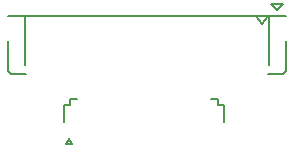
<source format=gto>
G04 #@! TF.FileFunction,Legend,Top*
%FSLAX46Y46*%
G04 Gerber Fmt 4.6, Leading zero omitted, Abs format (unit mm)*
G04 Created by KiCad (PCBNEW 0.201502211246+5439~21~ubuntu14.04.1-product) date lör 21 feb 2015 23:28:31*
%MOMM*%
G01*
G04 APERTURE LIST*
%ADD10C,0.100000*%
%ADD11C,0.200000*%
%ADD12R,0.400000X0.950000*%
%ADD13R,0.300000X0.800000*%
%ADD14R,0.300000X0.650000*%
%ADD15R,0.250000X1.100000*%
%ADD16R,1.700000X1.500000*%
G04 APERTURE END LIST*
D10*
D11*
X130900000Y-53400000D02*
X130650000Y-52975000D01*
X130650000Y-52975000D02*
X130400000Y-53400000D01*
X130400000Y-53400000D02*
X130900000Y-53400000D01*
X143800000Y-51500000D02*
X143800000Y-50100000D01*
X143800000Y-50100000D02*
X143300000Y-50100000D01*
X143300000Y-50100000D02*
X143300000Y-49600000D01*
X143300000Y-49600000D02*
X142700000Y-49600000D01*
X130200000Y-51500000D02*
X130200000Y-50100000D01*
X130200000Y-50100000D02*
X130700000Y-50100000D01*
X130700000Y-50100000D02*
X130700000Y-49600000D01*
X130700000Y-49600000D02*
X131300000Y-49600000D01*
X148250000Y-42050000D02*
X148750000Y-41550000D01*
X148750000Y-41550000D02*
X147750000Y-41550000D01*
X147750000Y-41550000D02*
X148250000Y-42050000D01*
X126950000Y-42550000D02*
X126950000Y-46650000D01*
X147550000Y-42550000D02*
X147550000Y-46650000D01*
X147000000Y-43250000D02*
X147500000Y-42550000D01*
X147000000Y-43250000D02*
X146500000Y-42550000D01*
X125750000Y-47450000D02*
X127000000Y-47450000D01*
X148750000Y-47450000D02*
X147500000Y-47450000D01*
X149000000Y-47200000D02*
X148750000Y-47450000D01*
X125500000Y-47200000D02*
X125750000Y-47450000D01*
X125500000Y-42550000D02*
X149000000Y-42550000D01*
X125500000Y-44650000D02*
X125500000Y-47200000D01*
X149000000Y-47200000D02*
X149000000Y-44650000D01*
%LPC*%
D12*
X143550000Y-52125000D03*
X130450000Y-52125000D03*
D13*
X131300000Y-52400000D03*
D14*
X131600000Y-49525000D03*
D13*
X131900000Y-52400000D03*
D14*
X132200000Y-49525000D03*
D13*
X132500000Y-52400000D03*
D14*
X132800000Y-49525000D03*
D13*
X133100000Y-52400000D03*
D14*
X133400000Y-49525000D03*
D13*
X133700000Y-52400000D03*
D14*
X134000000Y-49525000D03*
D13*
X134300000Y-52400000D03*
D14*
X134600000Y-49525000D03*
D13*
X134900000Y-52400000D03*
D14*
X135200000Y-49525000D03*
D13*
X135500000Y-52400000D03*
D14*
X135800000Y-49525000D03*
D13*
X136100000Y-52400000D03*
D14*
X136400000Y-49525000D03*
D13*
X136700000Y-52400000D03*
D14*
X137000000Y-49525000D03*
D13*
X137300000Y-52400000D03*
D14*
X137600000Y-49525000D03*
D13*
X137900000Y-52400000D03*
D14*
X138200000Y-49525000D03*
D13*
X138500000Y-52400000D03*
D14*
X138800000Y-49525000D03*
D13*
X139100000Y-52400000D03*
D14*
X139400000Y-49525000D03*
D13*
X139700000Y-52400000D03*
D14*
X140000000Y-49525000D03*
D13*
X140300000Y-52400000D03*
D14*
X140600000Y-49525000D03*
D13*
X140900000Y-52400000D03*
D14*
X141200000Y-49525000D03*
D13*
X141500000Y-52400000D03*
D14*
X141800000Y-49525000D03*
D13*
X142100000Y-52400000D03*
D14*
X142400000Y-49525000D03*
D13*
X142700000Y-52400000D03*
D15*
X147000000Y-47450000D03*
X146500000Y-47450000D03*
X146000000Y-47450000D03*
X145500000Y-47450000D03*
X145000000Y-47450000D03*
X144500000Y-47450000D03*
X144000000Y-47450000D03*
X143500000Y-47450000D03*
X143000000Y-47450000D03*
X142500000Y-47450000D03*
X142000000Y-47450000D03*
X141500000Y-47450000D03*
X141000000Y-47450000D03*
X140500000Y-47450000D03*
X140000000Y-47450000D03*
X139500000Y-47450000D03*
X139000000Y-47450000D03*
X138500000Y-47450000D03*
X138000000Y-47450000D03*
X137500000Y-47450000D03*
X137000000Y-47450000D03*
X136500000Y-47450000D03*
X136000000Y-47450000D03*
X135500000Y-47450000D03*
X135000000Y-47450000D03*
X134500000Y-47450000D03*
X134000000Y-47450000D03*
X133500000Y-47450000D03*
X133000000Y-47450000D03*
X132500000Y-47450000D03*
D16*
X125850000Y-43550000D03*
X148650000Y-43550000D03*
D15*
X132000000Y-47450000D03*
X131500000Y-47450000D03*
X131000000Y-47450000D03*
X130500000Y-47450000D03*
X130000000Y-47450000D03*
X129500000Y-47450000D03*
X129000000Y-47450000D03*
X128500000Y-47450000D03*
X128000000Y-47450000D03*
X127500000Y-47450000D03*
M02*

</source>
